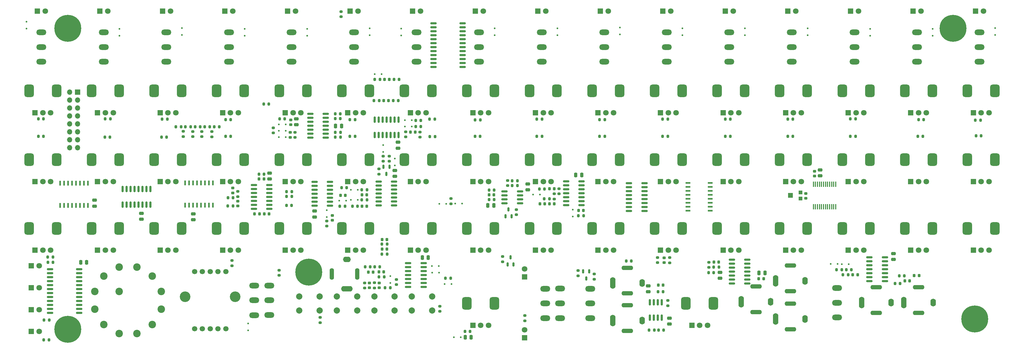
<source format=gbr>
%TF.GenerationSoftware,KiCad,Pcbnew,7.0.9*%
%TF.CreationDate,2023-12-27T10:42:18-06:00*%
%TF.ProjectId,SoundLab16StepSequencer,536f756e-644c-4616-9231-365374657053,rev?*%
%TF.SameCoordinates,Original*%
%TF.FileFunction,Soldermask,Top*%
%TF.FilePolarity,Negative*%
%FSLAX46Y46*%
G04 Gerber Fmt 4.6, Leading zero omitted, Abs format (unit mm)*
G04 Created by KiCad (PCBNEW 7.0.9) date 2023-12-27 10:42:18*
%MOMM*%
%LPD*%
G01*
G04 APERTURE LIST*
G04 Aperture macros list*
%AMRoundRect*
0 Rectangle with rounded corners*
0 $1 Rounding radius*
0 $2 $3 $4 $5 $6 $7 $8 $9 X,Y pos of 4 corners*
0 Add a 4 corners polygon primitive as box body*
4,1,4,$2,$3,$4,$5,$6,$7,$8,$9,$2,$3,0*
0 Add four circle primitives for the rounded corners*
1,1,$1+$1,$2,$3*
1,1,$1+$1,$4,$5*
1,1,$1+$1,$6,$7*
1,1,$1+$1,$8,$9*
0 Add four rect primitives between the rounded corners*
20,1,$1+$1,$2,$3,$4,$5,0*
20,1,$1+$1,$4,$5,$6,$7,0*
20,1,$1+$1,$6,$7,$8,$9,0*
20,1,$1+$1,$8,$9,$2,$3,0*%
G04 Aperture macros list end*
%ADD10C,8.600000*%
%ADD11O,1.750000X3.700000*%
%ADD12O,1.750000X2.500000*%
%ADD13O,3.700000X1.400000*%
%ADD14O,3.700000X1.750000*%
%ADD15O,2.500000X1.750000*%
%ADD16O,1.400000X3.700000*%
%ADD17R,1.800000X1.800000*%
%ADD18C,1.800000*%
%ADD19RoundRect,0.750000X0.750000X-1.250000X0.750000X1.250000X-0.750000X1.250000X-0.750000X-1.250000X0*%
%ADD20C,2.000000*%
%ADD21RoundRect,0.200000X-0.200000X-0.275000X0.200000X-0.275000X0.200000X0.275000X-0.200000X0.275000X0*%
%ADD22O,3.200000X1.800000*%
%ADD23RoundRect,0.200000X0.200000X0.275000X-0.200000X0.275000X-0.200000X-0.275000X0.200000X-0.275000X0*%
%ADD24RoundRect,0.200000X0.275000X-0.200000X0.275000X0.200000X-0.275000X0.200000X-0.275000X-0.200000X0*%
%ADD25RoundRect,0.225000X0.250000X-0.225000X0.250000X0.225000X-0.250000X0.225000X-0.250000X-0.225000X0*%
%ADD26RoundRect,0.125000X-0.125000X-0.125000X0.125000X-0.125000X0.125000X0.125000X-0.125000X0.125000X0*%
%ADD27RoundRect,0.125000X0.125000X-0.125000X0.125000X0.125000X-0.125000X0.125000X-0.125000X-0.125000X0*%
%ADD28RoundRect,0.150000X-0.150000X0.512500X-0.150000X-0.512500X0.150000X-0.512500X0.150000X0.512500X0*%
%ADD29RoundRect,0.225000X-0.250000X0.225000X-0.250000X-0.225000X0.250000X-0.225000X0.250000X0.225000X0*%
%ADD30RoundRect,0.200000X-0.275000X0.200000X-0.275000X-0.200000X0.275000X-0.200000X0.275000X0.200000X0*%
%ADD31RoundRect,0.150000X0.150000X-0.512500X0.150000X0.512500X-0.150000X0.512500X-0.150000X-0.512500X0*%
%ADD32RoundRect,0.250000X0.475000X-0.250000X0.475000X0.250000X-0.475000X0.250000X-0.475000X-0.250000X0*%
%ADD33RoundRect,0.250000X-0.250000X-0.475000X0.250000X-0.475000X0.250000X0.475000X-0.250000X0.475000X0*%
%ADD34RoundRect,0.250000X0.250000X0.475000X-0.250000X0.475000X-0.250000X-0.475000X0.250000X-0.475000X0*%
%ADD35R,0.600000X1.500000*%
%ADD36C,1.700000*%
%ADD37C,3.400000*%
%ADD38RoundRect,0.125000X0.125000X0.125000X-0.125000X0.125000X-0.125000X-0.125000X0.125000X-0.125000X0*%
%ADD39RoundRect,0.225000X0.225000X0.250000X-0.225000X0.250000X-0.225000X-0.250000X0.225000X-0.250000X0*%
%ADD40RoundRect,0.150000X-0.825000X-0.150000X0.825000X-0.150000X0.825000X0.150000X-0.825000X0.150000X0*%
%ADD41RoundRect,0.250000X-0.475000X0.250000X-0.475000X-0.250000X0.475000X-0.250000X0.475000X0.250000X0*%
%ADD42RoundRect,0.225000X-0.225000X-0.250000X0.225000X-0.250000X0.225000X0.250000X-0.225000X0.250000X0*%
%ADD43RoundRect,0.125000X-0.125000X0.125000X-0.125000X-0.125000X0.125000X-0.125000X0.125000X0.125000X0*%
%ADD44RoundRect,0.150000X-0.875000X-0.150000X0.875000X-0.150000X0.875000X0.150000X-0.875000X0.150000X0*%
%ADD45RoundRect,0.150000X0.850000X0.150000X-0.850000X0.150000X-0.850000X-0.150000X0.850000X-0.150000X0*%
%ADD46RoundRect,0.150000X0.875000X0.150000X-0.875000X0.150000X-0.875000X-0.150000X0.875000X-0.150000X0*%
%ADD47C,2.400000*%
%ADD48RoundRect,0.150000X-0.150000X0.825000X-0.150000X-0.825000X0.150000X-0.825000X0.150000X0.825000X0*%
%ADD49RoundRect,0.150000X0.825000X0.150000X-0.825000X0.150000X-0.825000X-0.150000X0.825000X-0.150000X0*%
%ADD50R,0.450000X1.750000*%
%ADD51R,1.500000X0.600000*%
%ADD52RoundRect,0.150000X0.150000X-0.850000X0.150000X0.850000X-0.150000X0.850000X-0.150000X-0.850000X0*%
%ADD53R,1.200000X1.200000*%
%ADD54R,1.500000X1.600000*%
%ADD55R,1.700000X1.700000*%
%ADD56O,1.700000X1.700000*%
G04 APERTURE END LIST*
D10*
%TO.C,*%
X80000000Y-187250000D03*
%TD*%
D11*
%TO.C,J8*%
X295300000Y-178500000D03*
D12*
X304700000Y-178500000D03*
D13*
X300000000Y-173600000D03*
X300000000Y-181800000D03*
%TD*%
D11*
%TO.C,J7*%
X306300000Y-184000000D03*
D12*
X315700000Y-184000000D03*
D13*
X311000000Y-179100000D03*
X311000000Y-187300000D03*
%TD*%
D11*
%TO.C,J6*%
X306300000Y-171750000D03*
D12*
X315700000Y-171750000D03*
D13*
X311000000Y-166850000D03*
X311000000Y-175050000D03*
%TD*%
D11*
%TO.C,J5*%
X254200000Y-172500000D03*
D12*
X263600000Y-172500000D03*
D13*
X258900000Y-167600000D03*
X258900000Y-175800000D03*
%TD*%
D11*
%TO.C,J4*%
X333800000Y-178750000D03*
D12*
X343200000Y-178750000D03*
D13*
X338500000Y-173850000D03*
X338500000Y-182050000D03*
%TD*%
D11*
%TO.C,J3*%
X347300000Y-178750000D03*
D12*
X356700000Y-178750000D03*
D13*
X352000000Y-173850000D03*
X352000000Y-182050000D03*
%TD*%
D11*
%TO.C,J2*%
X254200000Y-184500000D03*
D12*
X263600000Y-184500000D03*
D13*
X258900000Y-179600000D03*
X258900000Y-187800000D03*
%TD*%
D14*
%TO.C,J1*%
X169250000Y-174325000D03*
D15*
X169250000Y-164925000D03*
D16*
X164350000Y-169625000D03*
X172550000Y-169625000D03*
%TD*%
D10*
%TO.C,H4*%
X157000000Y-169000000D03*
%TD*%
%TO.C,H3*%
X370000000Y-184000000D03*
%TD*%
%TO.C,H2*%
X363000000Y-91000000D03*
%TD*%
%TO.C,H1*%
X80000000Y-91000000D03*
%TD*%
D17*
%TO.C,RV43*%
X309500000Y-162000000D03*
D18*
X312000000Y-162000000D03*
X314500000Y-162000000D03*
D19*
X307600000Y-155000000D03*
X316400000Y-155000000D03*
%TD*%
D20*
%TO.C,SW20*%
X190000000Y-176750000D03*
X196500000Y-176750000D03*
X190000000Y-181250000D03*
X196500000Y-181250000D03*
%TD*%
D21*
%TO.C,R68*%
X170175000Y-125600000D03*
X171825000Y-125600000D03*
%TD*%
D22*
%TO.C,SW8*%
X151500000Y-92300000D03*
X151500000Y-97000000D03*
X151500000Y-101700000D03*
%TD*%
D23*
%TO.C,R61*%
X132050000Y-120200000D03*
X130400000Y-120200000D03*
%TD*%
D17*
%TO.C,RV22*%
X289500000Y-118000000D03*
D18*
X292000000Y-118000000D03*
X294500000Y-118000000D03*
D19*
X287600000Y-111000000D03*
X296400000Y-111000000D03*
%TD*%
D17*
%TO.C,RV33*%
X209500000Y-140000000D03*
D18*
X212000000Y-140000000D03*
X214500000Y-140000000D03*
D19*
X207600000Y-133000000D03*
X216400000Y-133000000D03*
%TD*%
D22*
%TO.C,SW2*%
X139600000Y-182770000D03*
X139600000Y-178000000D03*
X139600000Y-173300000D03*
X144400000Y-182700000D03*
X144400000Y-178000000D03*
X144400000Y-173300000D03*
%TD*%
D21*
%TO.C,R117*%
X230750000Y-142425000D03*
X232400000Y-142425000D03*
%TD*%
D20*
%TO.C,SW22*%
X166000000Y-176750000D03*
X172500000Y-176750000D03*
X166000000Y-181250000D03*
X172500000Y-181250000D03*
%TD*%
D24*
%TO.C,R118*%
X237050000Y-143950000D03*
X237050000Y-142300000D03*
%TD*%
D21*
%TO.C,R5*%
X344475000Y-172675000D03*
X346125000Y-172675000D03*
%TD*%
D25*
%TO.C,C27*%
X315975000Y-145375000D03*
X315975000Y-143825000D03*
%TD*%
D21*
%TO.C,R30*%
X73575000Y-164175000D03*
X75225000Y-164175000D03*
%TD*%
D17*
%TO.C,D45*%
X68275000Y-174000000D03*
D18*
X70815000Y-174000000D03*
%TD*%
D26*
%TO.C,D50*%
X187725000Y-120400000D03*
X189925000Y-120400000D03*
%TD*%
D27*
%TO.C,D25*%
X216500000Y-93250000D03*
X216500000Y-91050000D03*
%TD*%
D28*
%TO.C,Q2*%
X246675000Y-168762500D03*
X244775000Y-168762500D03*
X245725000Y-171037500D03*
%TD*%
D23*
%TO.C,R67*%
X291850000Y-120090000D03*
X290200000Y-120090000D03*
%TD*%
D17*
%TO.C,RV5*%
X369500000Y-118000000D03*
D18*
X372000000Y-118000000D03*
X374500000Y-118000000D03*
D19*
X367600000Y-111000000D03*
X376400000Y-111000000D03*
%TD*%
D29*
%TO.C,C40*%
X318700000Y-136700000D03*
X318700000Y-138250000D03*
%TD*%
D27*
%TO.C,D22*%
X156500000Y-93350000D03*
X156500000Y-91150000D03*
%TD*%
D22*
%TO.C,SW11*%
X211500000Y-92300000D03*
X211500000Y-97000000D03*
X211500000Y-101700000D03*
%TD*%
D30*
%TO.C,R15*%
X126035000Y-124060000D03*
X126035000Y-125710000D03*
%TD*%
D31*
%TO.C,Q1*%
X219950000Y-151162500D03*
X221850000Y-151162500D03*
X220900000Y-148887500D03*
%TD*%
D22*
%TO.C,SW9*%
X171500000Y-92300000D03*
X171500000Y-97000000D03*
X171500000Y-101700000D03*
%TD*%
D21*
%TO.C,R62*%
X310175000Y-120090000D03*
X311825000Y-120090000D03*
%TD*%
D30*
%TO.C,R29*%
X145675000Y-122850000D03*
X145675000Y-124500000D03*
%TD*%
D17*
%TO.C,RV45*%
X289500000Y-162000000D03*
D18*
X292000000Y-162000000D03*
X294500000Y-162000000D03*
D19*
X287600000Y-155000000D03*
X296400000Y-155000000D03*
%TD*%
D17*
%TO.C,RV11*%
X349500000Y-140000000D03*
D18*
X352000000Y-140000000D03*
X354500000Y-140000000D03*
D19*
X347600000Y-133000000D03*
X356400000Y-133000000D03*
%TD*%
D23*
%TO.C,R120*%
X172625000Y-147950000D03*
X170975000Y-147950000D03*
%TD*%
%TO.C,R11*%
X151575000Y-144750000D03*
X149925000Y-144750000D03*
%TD*%
D32*
%TO.C,C4*%
X144500000Y-139200000D03*
X144500000Y-137300000D03*
%TD*%
D33*
%TO.C,C21*%
X214300000Y-147625000D03*
X216200000Y-147625000D03*
%TD*%
D21*
%TO.C,R79*%
X229950000Y-125600000D03*
X231600000Y-125600000D03*
%TD*%
D34*
%TO.C,C29*%
X302875000Y-169275000D03*
X300975000Y-169275000D03*
%TD*%
D21*
%TO.C,R32*%
X72400000Y-184325000D03*
X74050000Y-184325000D03*
%TD*%
D20*
%TO.C,SW21*%
X178000000Y-176750000D03*
X184500000Y-176750000D03*
X178000000Y-181250000D03*
X184500000Y-181250000D03*
%TD*%
D23*
%TO.C,R77*%
X211850000Y-120290000D03*
X210200000Y-120290000D03*
%TD*%
D26*
%TO.C,D54*%
X178075000Y-105625000D03*
X180275000Y-105625000D03*
%TD*%
D17*
%TO.C,RV38*%
X89500000Y-162000000D03*
D18*
X92000000Y-162000000D03*
X94500000Y-162000000D03*
D19*
X87600000Y-155000000D03*
X96400000Y-155000000D03*
%TD*%
D22*
%TO.C,SW19*%
X371500000Y-92300000D03*
X371500000Y-97000000D03*
X371500000Y-101700000D03*
%TD*%
%TO.C,SW26*%
X325900000Y-174100000D03*
X325900000Y-178800000D03*
X325900000Y-183500000D03*
%TD*%
D35*
%TO.C,U9*%
X86400000Y-140525000D03*
X85130000Y-140525000D03*
X83860000Y-140525000D03*
X82590000Y-140525000D03*
X81320000Y-140525000D03*
X80050000Y-140525000D03*
X78780000Y-140525000D03*
X77510000Y-140525000D03*
X77510000Y-147625000D03*
X78780000Y-147625000D03*
X80050000Y-147625000D03*
X81320000Y-147625000D03*
X82590000Y-147625000D03*
X83860000Y-147625000D03*
X85130000Y-147625000D03*
X86400000Y-147625000D03*
%TD*%
D25*
%TO.C,C32*%
X270625000Y-165935000D03*
X270625000Y-164385000D03*
%TD*%
D36*
%TO.C,SW1*%
X130500000Y-187150000D03*
X128000000Y-187150000D03*
D37*
X117500000Y-176900000D03*
D36*
X125500000Y-187150000D03*
D37*
X133500000Y-176900000D03*
D36*
X123000000Y-187150000D03*
X120500000Y-187150000D03*
X120500000Y-168850000D03*
X123000000Y-168850000D03*
X125500000Y-168850000D03*
X128000000Y-168850000D03*
X130500000Y-168850000D03*
%TD*%
D21*
%TO.C,R34*%
X72300000Y-190675000D03*
X73950000Y-190675000D03*
%TD*%
D17*
%TO.C,RV26*%
X269500000Y-118000000D03*
D18*
X272000000Y-118000000D03*
X274500000Y-118000000D03*
D19*
X267600000Y-111000000D03*
X276400000Y-111000000D03*
%TD*%
D28*
%TO.C,Q3*%
X182825000Y-135312500D03*
X180925000Y-135312500D03*
X181875000Y-137587500D03*
%TD*%
D23*
%TO.C,R13*%
X151525000Y-147700000D03*
X149875000Y-147700000D03*
%TD*%
D22*
%TO.C,SW13*%
X251500000Y-92300000D03*
X251500000Y-97000000D03*
X251500000Y-101700000D03*
%TD*%
D21*
%TO.C,R4*%
X327800000Y-169825000D03*
X329450000Y-169825000D03*
%TD*%
D17*
%TO.C,D14*%
X190225000Y-85500000D03*
D18*
X192765000Y-85500000D03*
%TD*%
D23*
%TO.C,R72*%
X197325000Y-120075000D03*
X195675000Y-120075000D03*
%TD*%
%TO.C,R51*%
X371800000Y-120400000D03*
X370150000Y-120400000D03*
%TD*%
D17*
%TO.C,RV20*%
X149500000Y-118000000D03*
D18*
X152000000Y-118000000D03*
X154500000Y-118000000D03*
D19*
X147600000Y-111000000D03*
X156400000Y-111000000D03*
%TD*%
D27*
%TO.C,D32*%
X356500000Y-93350000D03*
X356500000Y-91150000D03*
%TD*%
D30*
%TO.C,R18*%
X122835000Y-124010000D03*
X122835000Y-125660000D03*
%TD*%
D26*
%TO.C,D51*%
X187745000Y-122400000D03*
X189945000Y-122400000D03*
%TD*%
D23*
%TO.C,R90*%
X182050000Y-163275000D03*
X180400000Y-163275000D03*
%TD*%
D27*
%TO.C,D28*%
X276500000Y-93250000D03*
X276500000Y-91050000D03*
%TD*%
D30*
%TO.C,R81*%
X202450000Y-145475000D03*
X202450000Y-147125000D03*
%TD*%
D21*
%TO.C,R127*%
X258500000Y-165425000D03*
X260150000Y-165425000D03*
%TD*%
D23*
%TO.C,R73*%
X197375000Y-125625000D03*
X195725000Y-125625000D03*
%TD*%
D38*
%TO.C,D49*%
X200975000Y-147150000D03*
X198775000Y-147150000D03*
%TD*%
D17*
%TO.C,RV12*%
X109500000Y-118000000D03*
D18*
X112000000Y-118000000D03*
X114500000Y-118000000D03*
D19*
X107600000Y-111000000D03*
X116400000Y-111000000D03*
%TD*%
D24*
%TO.C,R8*%
X162775000Y-154275000D03*
X162775000Y-152625000D03*
%TD*%
D23*
%TO.C,R24*%
X149350000Y-119975000D03*
X147700000Y-119975000D03*
%TD*%
D22*
%TO.C,SW16*%
X311500000Y-92300000D03*
X311500000Y-97000000D03*
X311500000Y-101700000D03*
%TD*%
%TO.C,SW15*%
X291500000Y-92300000D03*
X291500000Y-97000000D03*
X291500000Y-101700000D03*
%TD*%
D39*
%TO.C,C43*%
X177600000Y-168975000D03*
X176050000Y-168975000D03*
%TD*%
D17*
%TO.C,RV47*%
X269500000Y-162000000D03*
D18*
X272000000Y-162000000D03*
X274500000Y-162000000D03*
D19*
X267600000Y-155000000D03*
X276400000Y-155000000D03*
%TD*%
D26*
%TO.C,D35*%
X323925000Y-166400000D03*
X326125000Y-166400000D03*
%TD*%
D40*
%TO.C,U16*%
X239300000Y-139990000D03*
X239300000Y-141260000D03*
X239300000Y-142530000D03*
X239300000Y-143800000D03*
X239300000Y-145070000D03*
X239300000Y-146340000D03*
X239300000Y-147610000D03*
X244250000Y-147610000D03*
X244250000Y-146340000D03*
X244250000Y-145070000D03*
X244250000Y-143800000D03*
X244250000Y-142530000D03*
X244250000Y-141260000D03*
X244250000Y-139990000D03*
%TD*%
D23*
%TO.C,R108*%
X233950000Y-145570000D03*
X232300000Y-145570000D03*
%TD*%
D27*
%TO.C,D58*%
X241475000Y-151250000D03*
X241475000Y-149050000D03*
%TD*%
D21*
%TO.C,R116*%
X214650000Y-142725000D03*
X216300000Y-142725000D03*
%TD*%
D35*
%TO.C,U6*%
X126375000Y-140475000D03*
X125105000Y-140475000D03*
X123835000Y-140475000D03*
X122565000Y-140475000D03*
X121295000Y-140475000D03*
X120025000Y-140475000D03*
X118755000Y-140475000D03*
X117485000Y-140475000D03*
X117485000Y-147575000D03*
X118755000Y-147575000D03*
X120025000Y-147575000D03*
X121295000Y-147575000D03*
X122565000Y-147575000D03*
X123835000Y-147575000D03*
X125105000Y-147575000D03*
X126375000Y-147575000D03*
%TD*%
D32*
%TO.C,C1*%
X343950000Y-164950000D03*
X343950000Y-163050000D03*
%TD*%
D17*
%TO.C,RV42*%
X129500000Y-162000000D03*
D18*
X132000000Y-162000000D03*
X134500000Y-162000000D03*
D19*
X127600000Y-155000000D03*
X136400000Y-155000000D03*
%TD*%
D24*
%TO.C,R121*%
X248275000Y-171250000D03*
X248275000Y-169600000D03*
%TD*%
D25*
%TO.C,C22*%
X134310000Y-147850000D03*
X134310000Y-146300000D03*
%TD*%
D23*
%TO.C,R58*%
X331825000Y-125600000D03*
X330175000Y-125600000D03*
%TD*%
D41*
%TO.C,C34*%
X272325000Y-183725000D03*
X272325000Y-185625000D03*
%TD*%
D17*
%TO.C,RV8*%
X89500000Y-118000000D03*
D18*
X92000000Y-118000000D03*
X94500000Y-118000000D03*
D19*
X87600000Y-111000000D03*
X96400000Y-111000000D03*
%TD*%
D17*
%TO.C,RV25*%
X169500000Y-140000000D03*
D18*
X172000000Y-140000000D03*
X174500000Y-140000000D03*
D19*
X167600000Y-133000000D03*
X176400000Y-133000000D03*
%TD*%
D23*
%TO.C,R98*%
X202375000Y-170975000D03*
X200725000Y-170975000D03*
%TD*%
D42*
%TO.C,C66*%
X233950000Y-142355000D03*
X235500000Y-142355000D03*
%TD*%
D23*
%TO.C,R36*%
X167150000Y-124275000D03*
X165500000Y-124275000D03*
%TD*%
D21*
%TO.C,R33*%
X206950000Y-188000000D03*
X208600000Y-188000000D03*
%TD*%
%TO.C,R52*%
X91950000Y-120000000D03*
X93600000Y-120000000D03*
%TD*%
D17*
%TO.C,D61*%
X226000000Y-190000000D03*
D18*
X226000000Y-187460000D03*
%TD*%
D33*
%TO.C,C3*%
X84100000Y-165825000D03*
X86000000Y-165825000D03*
%TD*%
D40*
%TO.C,U15*%
X188800000Y-166150000D03*
X188800000Y-167420000D03*
X188800000Y-168690000D03*
X188800000Y-169960000D03*
X188800000Y-171230000D03*
X188800000Y-172500000D03*
X188800000Y-173770000D03*
X193750000Y-173770000D03*
X193750000Y-172500000D03*
X193750000Y-171230000D03*
X193750000Y-169960000D03*
X193750000Y-168690000D03*
X193750000Y-167420000D03*
X193750000Y-166150000D03*
%TD*%
D32*
%TO.C,C17*%
X88525000Y-147875000D03*
X88525000Y-145975000D03*
%TD*%
D27*
%TO.C,D33*%
X376500000Y-93100000D03*
X376500000Y-90900000D03*
%TD*%
D26*
%TO.C,D48*%
X203825000Y-147025000D03*
X206025000Y-147025000D03*
%TD*%
D24*
%TO.C,R82*%
X198900000Y-181550000D03*
X198900000Y-179900000D03*
%TD*%
D40*
%TO.C,U1*%
X336300000Y-164265000D03*
X336300000Y-165535000D03*
X336300000Y-166805000D03*
X336300000Y-168075000D03*
X336300000Y-169345000D03*
X336300000Y-170615000D03*
X336300000Y-171885000D03*
X341250000Y-171885000D03*
X341250000Y-170615000D03*
X341250000Y-169345000D03*
X341250000Y-168075000D03*
X341250000Y-166805000D03*
X341250000Y-165535000D03*
X341250000Y-164265000D03*
%TD*%
D17*
%TO.C,RV23*%
X289500000Y-140000000D03*
D18*
X292000000Y-140000000D03*
X294500000Y-140000000D03*
D19*
X287600000Y-133000000D03*
X296400000Y-133000000D03*
%TD*%
D39*
%TO.C,C14*%
X141250000Y-150400000D03*
X139700000Y-150400000D03*
%TD*%
D26*
%TO.C,D34*%
X327450000Y-166425000D03*
X329650000Y-166425000D03*
%TD*%
D42*
%TO.C,C68*%
X174050000Y-147950000D03*
X175600000Y-147950000D03*
%TD*%
D25*
%TO.C,C41*%
X179550000Y-173975000D03*
X179550000Y-172425000D03*
%TD*%
D40*
%TO.C,U11*%
X292325000Y-165015000D03*
X292325000Y-166285000D03*
X292325000Y-167555000D03*
X292325000Y-168825000D03*
X292325000Y-170095000D03*
X292325000Y-171365000D03*
X292325000Y-172635000D03*
X297275000Y-172635000D03*
X297275000Y-171365000D03*
X297275000Y-170095000D03*
X297275000Y-168825000D03*
X297275000Y-167555000D03*
X297275000Y-166285000D03*
X297275000Y-165015000D03*
%TD*%
D17*
%TO.C,RV37*%
X369500000Y-162000000D03*
D18*
X372000000Y-162000000D03*
X374500000Y-162000000D03*
D19*
X367600000Y-155000000D03*
X376400000Y-155000000D03*
%TD*%
D21*
%TO.C,R38*%
X165475000Y-118325000D03*
X167125000Y-118325000D03*
%TD*%
D17*
%TO.C,D2*%
X70225000Y-85500000D03*
D18*
X72765000Y-85500000D03*
%TD*%
D17*
%TO.C,D64*%
X226000000Y-170500000D03*
D18*
X226000000Y-167960000D03*
%TD*%
D21*
%TO.C,R65*%
X149925000Y-143225000D03*
X151575000Y-143225000D03*
%TD*%
D27*
%TO.C,D23*%
X176500000Y-93200000D03*
X176500000Y-91000000D03*
%TD*%
D21*
%TO.C,R9*%
X173975000Y-142700000D03*
X175625000Y-142700000D03*
%TD*%
D17*
%TO.C,RV18*%
X309500000Y-118000000D03*
D18*
X312000000Y-118000000D03*
X314500000Y-118000000D03*
D19*
X307600000Y-111000000D03*
X316400000Y-111000000D03*
%TD*%
D26*
%TO.C,D43*%
X147475000Y-123775000D03*
X149675000Y-123775000D03*
%TD*%
D21*
%TO.C,R97*%
X178150000Y-107375000D03*
X179800000Y-107375000D03*
%TD*%
D42*
%TO.C,C33*%
X300900000Y-171100000D03*
X302450000Y-171100000D03*
%TD*%
D43*
%TO.C,D53*%
X183100000Y-170225000D03*
X183100000Y-172425000D03*
%TD*%
D22*
%TO.C,SW5*%
X91500000Y-92300000D03*
X91500000Y-97000000D03*
X91500000Y-101700000D03*
%TD*%
D21*
%TO.C,R91*%
X179475000Y-170550000D03*
X181125000Y-170550000D03*
%TD*%
D44*
%TO.C,U2*%
X83600000Y-168040000D03*
X83600000Y-169310000D03*
X83600000Y-170580000D03*
X83600000Y-171850000D03*
X83600000Y-173120000D03*
X83600000Y-174390000D03*
X83600000Y-175660000D03*
X83600000Y-176930000D03*
X83600000Y-178200000D03*
X83600000Y-179470000D03*
X83600000Y-180740000D03*
X83600000Y-182010000D03*
X74300000Y-182010000D03*
X74300000Y-180740000D03*
X74300000Y-179470000D03*
X74300000Y-178200000D03*
X74300000Y-176930000D03*
X74300000Y-175660000D03*
X74300000Y-174390000D03*
X74300000Y-173120000D03*
X74300000Y-171850000D03*
X74300000Y-170580000D03*
X74300000Y-169310000D03*
X74300000Y-168040000D03*
%TD*%
D26*
%TO.C,D40*%
X147475000Y-125775000D03*
X149675000Y-125775000D03*
%TD*%
D42*
%TO.C,C44*%
X189525000Y-124165000D03*
X191075000Y-124165000D03*
%TD*%
D17*
%TO.C,RV9*%
X89500000Y-140000000D03*
D18*
X92000000Y-140000000D03*
X94500000Y-140000000D03*
D19*
X87600000Y-133000000D03*
X96400000Y-133000000D03*
%TD*%
D27*
%TO.C,D20*%
X116500000Y-93100000D03*
X116500000Y-90900000D03*
%TD*%
D23*
%TO.C,R53*%
X93450000Y-125800000D03*
X91800000Y-125800000D03*
%TD*%
%TO.C,R96*%
X185670000Y-114170000D03*
X184020000Y-114170000D03*
%TD*%
%TO.C,R83*%
X179725000Y-167300000D03*
X178075000Y-167300000D03*
%TD*%
D24*
%TO.C,R125*%
X180850000Y-133525000D03*
X180850000Y-131875000D03*
%TD*%
D39*
%TO.C,C9*%
X352150000Y-170125000D03*
X350600000Y-170125000D03*
%TD*%
D21*
%TO.C,R64*%
X142625000Y-115250000D03*
X144275000Y-115250000D03*
%TD*%
%TO.C,R114*%
X222075000Y-141300000D03*
X223725000Y-141300000D03*
%TD*%
D17*
%TO.C,D5*%
X350225000Y-85500000D03*
D18*
X352765000Y-85500000D03*
%TD*%
D17*
%TO.C,RV16*%
X129500000Y-118000000D03*
D18*
X132000000Y-118000000D03*
X134500000Y-118000000D03*
D19*
X127600000Y-111000000D03*
X136400000Y-111000000D03*
%TD*%
D21*
%TO.C,R87*%
X175025000Y-167300000D03*
X176675000Y-167300000D03*
%TD*%
D24*
%TO.C,R88*%
X187995000Y-125750000D03*
X187995000Y-124100000D03*
%TD*%
D17*
%TO.C,D47*%
X68275000Y-188000000D03*
D18*
X70815000Y-188000000D03*
%TD*%
D22*
%TO.C,SW12*%
X231500000Y-92300000D03*
X231500000Y-97000000D03*
X231500000Y-101700000D03*
%TD*%
D27*
%TO.C,D30*%
X316500000Y-93250000D03*
X316500000Y-91050000D03*
%TD*%
D21*
%TO.C,R40*%
X268675000Y-175300000D03*
X270325000Y-175300000D03*
%TD*%
D17*
%TO.C,RV4*%
X69500000Y-140000000D03*
D18*
X72000000Y-140000000D03*
X74500000Y-140000000D03*
D19*
X67600000Y-133000000D03*
X76400000Y-133000000D03*
%TD*%
D27*
%TO.C,D27*%
X256500000Y-93000000D03*
X256500000Y-90800000D03*
%TD*%
D17*
%TO.C,D15*%
X250225000Y-85500000D03*
D18*
X252765000Y-85500000D03*
%TD*%
D17*
%TO.C,RV21*%
X149500000Y-140000000D03*
D18*
X152000000Y-140000000D03*
X154500000Y-140000000D03*
D19*
X147600000Y-133000000D03*
X156400000Y-133000000D03*
%TD*%
D21*
%TO.C,R20*%
X131160000Y-147830000D03*
X132810000Y-147830000D03*
%TD*%
D38*
%TO.C,D60*%
X230900000Y-144225000D03*
X228700000Y-144225000D03*
%TD*%
D23*
%TO.C,R28*%
X142750000Y-137630000D03*
X141100000Y-137630000D03*
%TD*%
D42*
%TO.C,C11*%
X174050000Y-144300000D03*
X175600000Y-144300000D03*
%TD*%
D23*
%TO.C,R59*%
X331825000Y-120000000D03*
X330175000Y-120000000D03*
%TD*%
D24*
%TO.C,R104*%
X147550000Y-170050000D03*
X147550000Y-168400000D03*
%TD*%
D29*
%TO.C,C10*%
X164575000Y-150850000D03*
X164575000Y-152400000D03*
%TD*%
D39*
%TO.C,C46*%
X182000000Y-161625000D03*
X180450000Y-161625000D03*
%TD*%
D23*
%TO.C,R50*%
X372025000Y-125400000D03*
X370375000Y-125400000D03*
%TD*%
D29*
%TO.C,C25*%
X151275000Y-120325000D03*
X151275000Y-121875000D03*
%TD*%
D17*
%TO.C,RV17*%
X129500000Y-140000000D03*
D18*
X132000000Y-140000000D03*
X134500000Y-140000000D03*
D19*
X127600000Y-133000000D03*
X136400000Y-133000000D03*
%TD*%
D21*
%TO.C,R16*%
X166950000Y-147875000D03*
X168600000Y-147875000D03*
%TD*%
D22*
%TO.C,SW10*%
X191500000Y-92300000D03*
X191500000Y-97000000D03*
X191500000Y-101700000D03*
%TD*%
D41*
%TO.C,C15*%
X103525000Y-150175000D03*
X103525000Y-152075000D03*
%TD*%
D40*
%TO.C,U7*%
X157500000Y-118365000D03*
X157500000Y-119635000D03*
X157500000Y-120905000D03*
X157500000Y-122175000D03*
X157500000Y-123445000D03*
X157500000Y-124715000D03*
X157500000Y-125985000D03*
X162450000Y-125985000D03*
X162450000Y-124715000D03*
X162450000Y-123445000D03*
X162450000Y-122175000D03*
X162450000Y-120905000D03*
X162450000Y-119635000D03*
X162450000Y-118365000D03*
%TD*%
D27*
%TO.C,D24*%
X186600000Y-93300000D03*
X186600000Y-91100000D03*
%TD*%
D22*
%TO.C,SW25*%
X247000000Y-183700000D03*
X247000000Y-179000000D03*
X247000000Y-174300000D03*
%TD*%
D17*
%TO.C,RV28*%
X189500000Y-118000000D03*
D18*
X192000000Y-118000000D03*
X194500000Y-118000000D03*
D19*
X187600000Y-111000000D03*
X196400000Y-111000000D03*
%TD*%
D17*
%TO.C,D7*%
X330225000Y-85500000D03*
D18*
X332765000Y-85500000D03*
%TD*%
D21*
%TO.C,R22*%
X117575000Y-122495000D03*
X119225000Y-122495000D03*
%TD*%
D39*
%TO.C,C8*%
X347575000Y-171825000D03*
X349125000Y-171825000D03*
%TD*%
D42*
%TO.C,C30*%
X268775000Y-173175000D03*
X270325000Y-173175000D03*
%TD*%
D41*
%TO.C,C54*%
X185575000Y-127450000D03*
X185575000Y-129350000D03*
%TD*%
D40*
%TO.C,U18*%
X219625000Y-143145000D03*
X219625000Y-144415000D03*
X219625000Y-145685000D03*
X219625000Y-146955000D03*
X224575000Y-146955000D03*
X224575000Y-145685000D03*
X224575000Y-144415000D03*
X224575000Y-143145000D03*
%TD*%
D26*
%TO.C,D55*%
X196425000Y-167075000D03*
X198625000Y-167075000D03*
%TD*%
D17*
%TO.C,RV50*%
X209500000Y-162000000D03*
D18*
X212000000Y-162000000D03*
X214500000Y-162000000D03*
D19*
X207600000Y-155000000D03*
X216400000Y-155000000D03*
%TD*%
D21*
%TO.C,R70*%
X270150000Y-120090000D03*
X271800000Y-120090000D03*
%TD*%
D45*
%TO.C,U19*%
X264350000Y-149420000D03*
X264350000Y-148150000D03*
X264350000Y-146880000D03*
X264350000Y-145610000D03*
X264350000Y-144340000D03*
X264350000Y-143070000D03*
X264350000Y-141800000D03*
X264350000Y-140530000D03*
X259350000Y-140530000D03*
X259350000Y-141800000D03*
X259350000Y-143070000D03*
X259350000Y-144340000D03*
X259350000Y-145610000D03*
X259350000Y-146880000D03*
X259350000Y-148150000D03*
X259350000Y-149420000D03*
%TD*%
D42*
%TO.C,C12*%
X142775000Y-150400000D03*
X144325000Y-150400000D03*
%TD*%
D38*
%TO.C,D52*%
X202650000Y-172825000D03*
X200450000Y-172825000D03*
%TD*%
D21*
%TO.C,R78*%
X229950000Y-120090000D03*
X231600000Y-120090000D03*
%TD*%
D30*
%TO.C,R123*%
X226100000Y-182900000D03*
X226100000Y-184550000D03*
%TD*%
D17*
%TO.C,RV34*%
X229500000Y-118000000D03*
D18*
X232000000Y-118000000D03*
X234500000Y-118000000D03*
D19*
X227600000Y-111000000D03*
X236400000Y-111000000D03*
%TD*%
D17*
%TO.C,RV51*%
X229500000Y-162000000D03*
D18*
X232000000Y-162000000D03*
X234500000Y-162000000D03*
D19*
X227600000Y-155000000D03*
X236400000Y-155000000D03*
%TD*%
D17*
%TO.C,RV32*%
X209500000Y-118000000D03*
D18*
X212000000Y-118000000D03*
X214500000Y-118000000D03*
D19*
X207600000Y-111000000D03*
X216400000Y-111000000D03*
%TD*%
D23*
%TO.C,R2*%
X327450000Y-168225000D03*
X325800000Y-168225000D03*
%TD*%
D21*
%TO.C,R71*%
X270150000Y-125600000D03*
X271800000Y-125600000D03*
%TD*%
D17*
%TO.C,D10*%
X150250000Y-85500000D03*
D18*
X152790000Y-85500000D03*
%TD*%
D22*
%TO.C,SW24*%
X237400000Y-174230000D03*
X237400000Y-179000000D03*
X237400000Y-183700000D03*
X232600000Y-174300000D03*
X232600000Y-179000000D03*
X232600000Y-183700000D03*
%TD*%
D23*
%TO.C,R111*%
X216300000Y-145825000D03*
X214650000Y-145825000D03*
%TD*%
D21*
%TO.C,R6*%
X345800000Y-170150000D03*
X347450000Y-170150000D03*
%TD*%
D17*
%TO.C,RV29*%
X189500000Y-140000000D03*
D18*
X192000000Y-140000000D03*
X194500000Y-140000000D03*
D19*
X187600000Y-133000000D03*
X196400000Y-133000000D03*
%TD*%
D27*
%TO.C,D21*%
X136500000Y-93350000D03*
X136500000Y-91150000D03*
%TD*%
D17*
%TO.C,RV49*%
X249500000Y-162000000D03*
D18*
X252000000Y-162000000D03*
X254500000Y-162000000D03*
D19*
X247600000Y-155000000D03*
X256400000Y-155000000D03*
%TD*%
D24*
%TO.C,R10*%
X134325000Y-144825000D03*
X134325000Y-143175000D03*
%TD*%
D22*
%TO.C,SW17*%
X331500000Y-92300000D03*
X331500000Y-97000000D03*
X331500000Y-101700000D03*
%TD*%
D24*
%TO.C,R84*%
X192585000Y-125825000D03*
X192585000Y-124175000D03*
%TD*%
D27*
%TO.C,D19*%
X96500000Y-93350000D03*
X96500000Y-91150000D03*
%TD*%
D46*
%TO.C,U12*%
X206200000Y-103400000D03*
X206200000Y-102130000D03*
X206200000Y-100860000D03*
X206200000Y-99590000D03*
X206200000Y-98320000D03*
X206200000Y-97050000D03*
X206200000Y-95780000D03*
X206200000Y-94510000D03*
X206200000Y-93240000D03*
X206200000Y-91970000D03*
X206200000Y-90700000D03*
X206200000Y-89430000D03*
X196900000Y-89430000D03*
X196900000Y-90700000D03*
X196900000Y-91970000D03*
X196900000Y-93240000D03*
X196900000Y-94510000D03*
X196900000Y-95780000D03*
X196900000Y-97050000D03*
X196900000Y-98320000D03*
X196900000Y-99590000D03*
X196900000Y-100860000D03*
X196900000Y-102130000D03*
X196900000Y-103400000D03*
%TD*%
D23*
%TO.C,R12*%
X169150000Y-141950000D03*
X167500000Y-141950000D03*
%TD*%
D17*
%TO.C,RV48*%
X189500000Y-162000000D03*
D18*
X192000000Y-162000000D03*
X194500000Y-162000000D03*
D19*
X187600000Y-155000000D03*
X196400000Y-155000000D03*
%TD*%
D21*
%TO.C,R113*%
X222075000Y-139750000D03*
X223725000Y-139750000D03*
%TD*%
%TO.C,R26*%
X131175000Y-145200000D03*
X132825000Y-145200000D03*
%TD*%
D23*
%TO.C,R74*%
X251650000Y-125600000D03*
X250000000Y-125600000D03*
%TD*%
%TO.C,R45*%
X267500000Y-187550000D03*
X265850000Y-187550000D03*
%TD*%
D41*
%TO.C,C28*%
X288500000Y-169050000D03*
X288500000Y-170950000D03*
%TD*%
D17*
%TO.C,D11*%
X290225000Y-85500000D03*
D18*
X292765000Y-85500000D03*
%TD*%
D21*
%TO.C,R37*%
X165475000Y-119875000D03*
X167125000Y-119875000D03*
%TD*%
D47*
%TO.C,SW3*%
X88635000Y-175153000D03*
X91472000Y-170222000D03*
X96403000Y-167385000D03*
X102097000Y-167385000D03*
X107028000Y-170222000D03*
X109865000Y-175153000D03*
X109865000Y-180847000D03*
X107028000Y-185778000D03*
X102097000Y-188615000D03*
X96403000Y-188615000D03*
X91472000Y-185778000D03*
X88635000Y-180847000D03*
X96422000Y-175172000D03*
%TD*%
D32*
%TO.C,C20*%
X227025000Y-142700000D03*
X227025000Y-140800000D03*
%TD*%
D24*
%TO.C,R27*%
X152625000Y-125925000D03*
X152625000Y-124275000D03*
%TD*%
D17*
%TO.C,RV40*%
X109500000Y-162000000D03*
D18*
X112000000Y-162000000D03*
X114500000Y-162000000D03*
D19*
X107600000Y-155000000D03*
X116400000Y-155000000D03*
%TD*%
D39*
%TO.C,C7*%
X332500000Y-169825000D03*
X330950000Y-169825000D03*
%TD*%
D23*
%TO.C,R69*%
X171825000Y-120200000D03*
X170175000Y-120200000D03*
%TD*%
D17*
%TO.C,D17*%
X230225000Y-85500000D03*
D18*
X232765000Y-85500000D03*
%TD*%
D26*
%TO.C,D56*%
X196450000Y-169125000D03*
X198650000Y-169125000D03*
%TD*%
D17*
%TO.C,D3*%
X370225000Y-85500000D03*
D18*
X372765000Y-85500000D03*
%TD*%
D21*
%TO.C,R76*%
X210175000Y-125600000D03*
X211825000Y-125600000D03*
%TD*%
D31*
%TO.C,Q4*%
X220600000Y-166537500D03*
X222500000Y-166537500D03*
X221550000Y-164262500D03*
%TD*%
D21*
%TO.C,R3*%
X328900000Y-168225000D03*
X330550000Y-168225000D03*
%TD*%
D23*
%TO.C,R93*%
X192870000Y-122400000D03*
X191220000Y-122400000D03*
%TD*%
D20*
%TO.C,SW23*%
X154000000Y-176750000D03*
X160500000Y-176750000D03*
X154000000Y-181250000D03*
X160500000Y-181250000D03*
%TD*%
D17*
%TO.C,D44*%
X68325000Y-167000000D03*
D18*
X70865000Y-167000000D03*
%TD*%
D17*
%TO.C,RV14*%
X329500000Y-118000000D03*
D18*
X332000000Y-118000000D03*
X334500000Y-118000000D03*
D19*
X327600000Y-111000000D03*
X336400000Y-111000000D03*
%TD*%
D21*
%TO.C,R31*%
X73600000Y-165825000D03*
X75250000Y-165825000D03*
%TD*%
D17*
%TO.C,RV31*%
X249500000Y-140000000D03*
D18*
X252000000Y-140000000D03*
X254500000Y-140000000D03*
D19*
X247600000Y-133000000D03*
X256400000Y-133000000D03*
%TD*%
D22*
%TO.C,SW6*%
X111500000Y-92300000D03*
X111500000Y-97000000D03*
X111500000Y-101700000D03*
%TD*%
D42*
%TO.C,C47*%
X179450000Y-168950000D03*
X181000000Y-168950000D03*
%TD*%
D21*
%TO.C,R99*%
X181450000Y-174025000D03*
X183100000Y-174025000D03*
%TD*%
D29*
%TO.C,C24*%
X151075000Y-124325000D03*
X151075000Y-125875000D03*
%TD*%
D17*
%TO.C,RV6*%
X369500000Y-140000000D03*
D18*
X372000000Y-140000000D03*
X374500000Y-140000000D03*
D19*
X367600000Y-133000000D03*
X376400000Y-133000000D03*
%TD*%
D33*
%TO.C,C51*%
X193350000Y-164350000D03*
X195250000Y-164350000D03*
%TD*%
D21*
%TO.C,R119*%
X243225000Y-150950000D03*
X244875000Y-150950000D03*
%TD*%
D17*
%TO.C,D16*%
X210250000Y-85500000D03*
D18*
X212790000Y-85500000D03*
%TD*%
D39*
%TO.C,C65*%
X216250000Y-144275000D03*
X214700000Y-144275000D03*
%TD*%
D24*
%TO.C,R1*%
X167350000Y-87300000D03*
X167350000Y-85650000D03*
%TD*%
D21*
%TO.C,R57*%
X109950000Y-125800000D03*
X111600000Y-125800000D03*
%TD*%
%TO.C,R19*%
X120675000Y-122500000D03*
X122325000Y-122500000D03*
%TD*%
D27*
%TO.C,D63*%
X180800000Y-130550000D03*
X180800000Y-128350000D03*
%TD*%
D17*
%TO.C,RV2*%
X209500000Y-186000000D03*
D18*
X212000000Y-186000000D03*
X214500000Y-186000000D03*
D19*
X207600000Y-179000000D03*
X216400000Y-179000000D03*
%TD*%
D22*
%TO.C,SW7*%
X131500000Y-92300000D03*
X131500000Y-97000000D03*
X131500000Y-101700000D03*
%TD*%
D30*
%TO.C,R122*%
X243150000Y-168500000D03*
X243150000Y-170150000D03*
%TD*%
D26*
%TO.C,D38*%
X170525000Y-142650000D03*
X172725000Y-142650000D03*
%TD*%
D17*
%TO.C,RV27*%
X269500000Y-140000000D03*
D18*
X272000000Y-140000000D03*
X274500000Y-140000000D03*
D19*
X267600000Y-133000000D03*
X276400000Y-133000000D03*
%TD*%
D17*
%TO.C,RV39*%
X349500000Y-162000000D03*
D18*
X352000000Y-162000000D03*
X354500000Y-162000000D03*
D19*
X347600000Y-155000000D03*
X356400000Y-155000000D03*
%TD*%
D30*
%TO.C,R107*%
X132450000Y-165300000D03*
X132450000Y-166950000D03*
%TD*%
D48*
%TO.C,U14*%
X185760000Y-120225000D03*
X184490000Y-120225000D03*
X183220000Y-120225000D03*
X181950000Y-120225000D03*
X180680000Y-120225000D03*
X179410000Y-120225000D03*
X178140000Y-120225000D03*
X178140000Y-125175000D03*
X179410000Y-125175000D03*
X180680000Y-125175000D03*
X181950000Y-125175000D03*
X183220000Y-125175000D03*
X184490000Y-125175000D03*
X185760000Y-125175000D03*
%TD*%
D21*
%TO.C,R14*%
X126800000Y-122500000D03*
X128450000Y-122500000D03*
%TD*%
D24*
%TO.C,R44*%
X268500000Y-165950000D03*
X268500000Y-164300000D03*
%TD*%
D17*
%TO.C,D4*%
X90225000Y-85500000D03*
D18*
X92765000Y-85500000D03*
%TD*%
D21*
%TO.C,R49*%
X70575000Y-125600000D03*
X72225000Y-125600000D03*
%TD*%
D23*
%TO.C,R47*%
X270500000Y-187550000D03*
X268850000Y-187550000D03*
%TD*%
D22*
%TO.C,SW4*%
X71500000Y-92300000D03*
X71500000Y-97000000D03*
X71500000Y-101700000D03*
%TD*%
D24*
%TO.C,R115*%
X220600000Y-141350000D03*
X220600000Y-139700000D03*
%TD*%
D38*
%TO.C,D36*%
X172725000Y-145900000D03*
X170525000Y-145900000D03*
%TD*%
D17*
%TO.C,RV13*%
X109500000Y-140000000D03*
D18*
X112000000Y-140000000D03*
X114500000Y-140000000D03*
D19*
X107600000Y-133000000D03*
X116400000Y-133000000D03*
%TD*%
D30*
%TO.C,R46*%
X272450000Y-164350000D03*
X272450000Y-166000000D03*
%TD*%
D17*
%TO.C,RV24*%
X169500000Y-118000000D03*
D18*
X172000000Y-118000000D03*
X174500000Y-118000000D03*
D19*
X167600000Y-111000000D03*
X176400000Y-111000000D03*
%TD*%
D17*
%TO.C,RV7*%
X279500000Y-186000000D03*
D18*
X282000000Y-186000000D03*
X284500000Y-186000000D03*
D19*
X277600000Y-179000000D03*
X286400000Y-179000000D03*
%TD*%
D49*
%TO.C,U5*%
X163825000Y-147760000D03*
X163825000Y-146490000D03*
X163825000Y-145220000D03*
X163825000Y-143950000D03*
X163825000Y-142680000D03*
X163825000Y-141410000D03*
X163825000Y-140140000D03*
X158875000Y-140140000D03*
X158875000Y-141410000D03*
X158875000Y-142680000D03*
X158875000Y-143950000D03*
X158875000Y-145220000D03*
X158875000Y-146490000D03*
X158875000Y-147760000D03*
%TD*%
D21*
%TO.C,R35*%
X165500000Y-125825000D03*
X167150000Y-125825000D03*
%TD*%
D39*
%TO.C,C57*%
X232500000Y-147120000D03*
X230950000Y-147120000D03*
%TD*%
D21*
%TO.C,R95*%
X184270000Y-107355000D03*
X185920000Y-107355000D03*
%TD*%
D38*
%TO.C,D42*%
X205600000Y-189800000D03*
X203400000Y-189800000D03*
%TD*%
D21*
%TO.C,R48*%
X70550000Y-120000000D03*
X72200000Y-120000000D03*
%TD*%
D30*
%TO.C,R21*%
X119935000Y-124010000D03*
X119935000Y-125660000D03*
%TD*%
D39*
%TO.C,C58*%
X235550000Y-147120000D03*
X234000000Y-147120000D03*
%TD*%
D21*
%TO.C,R56*%
X110150000Y-120090000D03*
X111800000Y-120090000D03*
%TD*%
D17*
%TO.C,RV35*%
X229500000Y-140000000D03*
D18*
X232000000Y-140000000D03*
X234500000Y-140000000D03*
D19*
X227600000Y-133000000D03*
X236400000Y-133000000D03*
%TD*%
D30*
%TO.C,R110*%
X235480000Y-143970000D03*
X235480000Y-145620000D03*
%TD*%
D17*
%TO.C,D6*%
X110250000Y-85500000D03*
D18*
X112790000Y-85500000D03*
%TD*%
D21*
%TO.C,R7*%
X174000000Y-145900000D03*
X175650000Y-145900000D03*
%TD*%
D22*
%TO.C,SW18*%
X351500000Y-92300000D03*
X351500000Y-97000000D03*
X351500000Y-101700000D03*
%TD*%
D23*
%TO.C,R92*%
X192845000Y-120450000D03*
X191195000Y-120450000D03*
%TD*%
%TO.C,R41*%
X286510000Y-169125000D03*
X284860000Y-169125000D03*
%TD*%
D39*
%TO.C,C42*%
X182020000Y-158565000D03*
X180470000Y-158565000D03*
%TD*%
D24*
%TO.C,R23*%
X116885000Y-125610000D03*
X116885000Y-123960000D03*
%TD*%
D17*
%TO.C,RV44*%
X149500000Y-162000000D03*
D18*
X152000000Y-162000000D03*
X154500000Y-162000000D03*
D19*
X147600000Y-155000000D03*
X156400000Y-155000000D03*
%TD*%
D21*
%TO.C,R63*%
X310150000Y-125600000D03*
X311800000Y-125600000D03*
%TD*%
D17*
%TO.C,RV41*%
X329500000Y-162000000D03*
D18*
X332000000Y-162000000D03*
X334500000Y-162000000D03*
D19*
X327600000Y-155000000D03*
X336400000Y-155000000D03*
%TD*%
D24*
%TO.C,R105*%
X160650000Y-185150000D03*
X160650000Y-183500000D03*
%TD*%
D21*
%TO.C,R86*%
X180400000Y-160025000D03*
X182050000Y-160025000D03*
%TD*%
D40*
%TO.C,U3*%
X139500000Y-141115000D03*
X139500000Y-142385000D03*
X139500000Y-143655000D03*
X139500000Y-144925000D03*
X139500000Y-146195000D03*
X139500000Y-147465000D03*
X139500000Y-148735000D03*
X144450000Y-148735000D03*
X144450000Y-147465000D03*
X144450000Y-146195000D03*
X144450000Y-144925000D03*
X144450000Y-143655000D03*
X144450000Y-142385000D03*
X144450000Y-141115000D03*
%TD*%
D41*
%TO.C,C36*%
X320475000Y-136275000D03*
X320475000Y-138175000D03*
%TD*%
%TO.C,C5*%
X120100000Y-150325000D03*
X120100000Y-152225000D03*
%TD*%
D17*
%TO.C,RV15*%
X329500000Y-140000000D03*
D18*
X332000000Y-140000000D03*
X334500000Y-140000000D03*
D19*
X327600000Y-133000000D03*
X336400000Y-133000000D03*
%TD*%
D40*
%TO.C,U4*%
X179375000Y-140015000D03*
X179375000Y-141285000D03*
X179375000Y-142555000D03*
X179375000Y-143825000D03*
X179375000Y-145095000D03*
X179375000Y-146365000D03*
X179375000Y-147635000D03*
X184325000Y-147635000D03*
X184325000Y-146365000D03*
X184325000Y-145095000D03*
X184325000Y-143825000D03*
X184325000Y-142555000D03*
X184325000Y-141285000D03*
X184325000Y-140015000D03*
%TD*%
D23*
%TO.C,R55*%
X353400000Y-125600000D03*
X351750000Y-125600000D03*
%TD*%
%TO.C,R43*%
X288150000Y-167375000D03*
X286500000Y-167375000D03*
%TD*%
D42*
%TO.C,C23*%
X141150000Y-139180000D03*
X142700000Y-139180000D03*
%TD*%
D21*
%TO.C,R17*%
X123740000Y-122520000D03*
X125390000Y-122520000D03*
%TD*%
D42*
%TO.C,C31*%
X286575000Y-165775000D03*
X288125000Y-165775000D03*
%TD*%
%TO.C,C48*%
X180995000Y-114170000D03*
X182545000Y-114170000D03*
%TD*%
D50*
%TO.C,U13*%
X318375000Y-148075000D03*
X319025000Y-148075000D03*
X319675000Y-148075000D03*
X320325000Y-148075000D03*
X320975000Y-148075000D03*
X321625000Y-148075000D03*
X322275000Y-148075000D03*
X322925000Y-148075000D03*
X323575000Y-148075000D03*
X324225000Y-148075000D03*
X324875000Y-148075000D03*
X325525000Y-148075000D03*
X325525000Y-140875000D03*
X324875000Y-140875000D03*
X324225000Y-140875000D03*
X323575000Y-140875000D03*
X322925000Y-140875000D03*
X322275000Y-140875000D03*
X321625000Y-140875000D03*
X320975000Y-140875000D03*
X320325000Y-140875000D03*
X319675000Y-140875000D03*
X319025000Y-140875000D03*
X318375000Y-140875000D03*
%TD*%
D17*
%TO.C,RV10*%
X349500000Y-118000000D03*
D18*
X352000000Y-118000000D03*
X354500000Y-118000000D03*
D19*
X347600000Y-111000000D03*
X356400000Y-111000000D03*
%TD*%
D32*
%TO.C,C2*%
X153075000Y-121850000D03*
X153075000Y-119950000D03*
%TD*%
D34*
%TO.C,C26*%
X208925000Y-189800000D03*
X207025000Y-189800000D03*
%TD*%
D23*
%TO.C,R54*%
X353650000Y-120200000D03*
X352000000Y-120200000D03*
%TD*%
D27*
%TO.C,D29*%
X296500000Y-93250000D03*
X296500000Y-91050000D03*
%TD*%
D17*
%TO.C,RV36*%
X69500000Y-162000000D03*
D18*
X72000000Y-162000000D03*
X74500000Y-162000000D03*
D19*
X67600000Y-155000000D03*
X76400000Y-155000000D03*
%TD*%
D17*
%TO.C,D46*%
X68275000Y-181000000D03*
D18*
X70815000Y-181000000D03*
%TD*%
D43*
%TO.C,D1*%
X137600000Y-185400000D03*
X137600000Y-187600000D03*
%TD*%
D27*
%TO.C,D31*%
X336500000Y-93350000D03*
X336500000Y-91150000D03*
%TD*%
D17*
%TO.C,D8*%
X130225000Y-85500000D03*
D18*
X132765000Y-85500000D03*
%TD*%
D41*
%TO.C,C6*%
X158850000Y-149475000D03*
X158850000Y-151375000D03*
%TD*%
D39*
%TO.C,C19*%
X168725000Y-144450000D03*
X167175000Y-144450000D03*
%TD*%
D34*
%TO.C,C52*%
X244275000Y-137910000D03*
X242375000Y-137910000D03*
%TD*%
D17*
%TO.C,D9*%
X310225000Y-85500000D03*
D18*
X312765000Y-85500000D03*
%TD*%
D27*
%TO.C,D26*%
X236500000Y-93250000D03*
X236500000Y-91050000D03*
%TD*%
D30*
%TO.C,R85*%
X178000000Y-172400000D03*
X178000000Y-174050000D03*
%TD*%
D41*
%TO.C,C35*%
X265600000Y-173375000D03*
X265600000Y-175275000D03*
%TD*%
D26*
%TO.C,D41*%
X147465000Y-121755000D03*
X149665000Y-121755000D03*
%TD*%
D24*
%TO.C,R39*%
X284950000Y-167500000D03*
X284950000Y-165850000D03*
%TD*%
D17*
%TO.C,RV3*%
X69500000Y-118000000D03*
D18*
X72000000Y-118000000D03*
X74500000Y-118000000D03*
D19*
X67600000Y-111000000D03*
X76400000Y-111000000D03*
%TD*%
D21*
%TO.C,R60*%
X130400000Y-125600000D03*
X132050000Y-125600000D03*
%TD*%
D32*
%TO.C,C38*%
X184575000Y-138375000D03*
X184575000Y-136475000D03*
%TD*%
D22*
%TO.C,SW14*%
X271500000Y-92300000D03*
X271500000Y-97000000D03*
X271500000Y-101700000D03*
%TD*%
D24*
%TO.C,R124*%
X179425000Y-137625000D03*
X179425000Y-135975000D03*
%TD*%
D30*
%TO.C,R128*%
X219000000Y-164000000D03*
X219000000Y-165650000D03*
%TD*%
D43*
%TO.C,D37*%
X162775000Y-149175000D03*
X162775000Y-151375000D03*
%TD*%
D17*
%TO.C,D13*%
X270225000Y-85500000D03*
D18*
X272765000Y-85500000D03*
%TD*%
D25*
%TO.C,C13*%
X132750000Y-143650000D03*
X132750000Y-142100000D03*
%TD*%
D39*
%TO.C,C49*%
X182800000Y-107375000D03*
X181250000Y-107375000D03*
%TD*%
D25*
%TO.C,C45*%
X176450000Y-174000000D03*
X176450000Y-172450000D03*
%TD*%
D17*
%TO.C,RV30*%
X249500000Y-118000000D03*
D18*
X252000000Y-118000000D03*
X254500000Y-118000000D03*
D19*
X247600000Y-111000000D03*
X256400000Y-111000000D03*
%TD*%
D24*
%TO.C,R112*%
X223425000Y-150637500D03*
X223425000Y-148987500D03*
%TD*%
%TO.C,R80*%
X174850000Y-174075000D03*
X174850000Y-172425000D03*
%TD*%
D34*
%TO.C,C39*%
X167500000Y-122250000D03*
X165600000Y-122250000D03*
%TD*%
D51*
%TO.C,U17*%
X285400000Y-149315000D03*
X285400000Y-148045000D03*
X285400000Y-146775000D03*
X285400000Y-145505000D03*
X285400000Y-144235000D03*
X285400000Y-142965000D03*
X285400000Y-141695000D03*
X285400000Y-140425000D03*
X278300000Y-140425000D03*
X278300000Y-141695000D03*
X278300000Y-142965000D03*
X278300000Y-144235000D03*
X278300000Y-145505000D03*
X278300000Y-146775000D03*
X278300000Y-148045000D03*
X278300000Y-149315000D03*
%TD*%
D17*
%TO.C,RV19*%
X309500000Y-140000000D03*
D18*
X312000000Y-140000000D03*
X314500000Y-140000000D03*
D19*
X307600000Y-133000000D03*
X316400000Y-133000000D03*
%TD*%
D23*
%TO.C,R66*%
X291850000Y-125600000D03*
X290200000Y-125600000D03*
%TD*%
D26*
%TO.C,D39*%
X166725000Y-146175000D03*
X168925000Y-146175000D03*
%TD*%
D52*
%TO.C,U8*%
X97505000Y-147425000D03*
X98775000Y-147425000D03*
X100045000Y-147425000D03*
X101315000Y-147425000D03*
X102585000Y-147425000D03*
X103855000Y-147425000D03*
X105125000Y-147425000D03*
X106395000Y-147425000D03*
X106395000Y-142425000D03*
X105125000Y-142425000D03*
X103855000Y-142425000D03*
X102585000Y-142425000D03*
X101315000Y-142425000D03*
X100045000Y-142425000D03*
X98775000Y-142425000D03*
X97505000Y-142425000D03*
%TD*%
D17*
%TO.C,D12*%
X170250000Y-85500000D03*
D18*
X172790000Y-85500000D03*
%TD*%
D17*
%TO.C,RV46*%
X169500000Y-162000000D03*
D18*
X172000000Y-162000000D03*
X174500000Y-162000000D03*
D19*
X167600000Y-155000000D03*
X176400000Y-155000000D03*
%TD*%
D27*
%TO.C,D18*%
X66800000Y-91100000D03*
X66800000Y-88900000D03*
%TD*%
D48*
%TO.C,U10*%
X269905000Y-178625000D03*
X268635000Y-178625000D03*
X267365000Y-178625000D03*
X266095000Y-178625000D03*
X266095000Y-183575000D03*
X267365000Y-183575000D03*
X268635000Y-183575000D03*
X269905000Y-183575000D03*
%TD*%
D53*
%TO.C,RV1*%
X314250000Y-145475000D03*
D54*
X311000000Y-144475000D03*
D53*
X314250000Y-143475000D03*
%TD*%
D24*
%TO.C,R126*%
X182750000Y-133525000D03*
X182750000Y-131875000D03*
%TD*%
D27*
%TO.C,D62*%
X184550000Y-134900000D03*
X184550000Y-132700000D03*
%TD*%
D39*
%TO.C,C67*%
X244825000Y-149300000D03*
X243275000Y-149300000D03*
%TD*%
D24*
%TO.C,R42*%
X271825000Y-179725000D03*
X271825000Y-178075000D03*
%TD*%
D21*
%TO.C,R25*%
X114535000Y-122510000D03*
X116185000Y-122510000D03*
%TD*%
D23*
%TO.C,R94*%
X179525000Y-114150000D03*
X177875000Y-114150000D03*
%TD*%
%TO.C,R75*%
X251650000Y-120200000D03*
X250000000Y-120200000D03*
%TD*%
D24*
%TO.C,R89*%
X185075000Y-171325000D03*
X185075000Y-172975000D03*
%TD*%
D55*
%TO.C,J9*%
X83100000Y-111385000D03*
D56*
X80560000Y-111385000D03*
X83100000Y-113925000D03*
X80560000Y-113925000D03*
X83100000Y-116465000D03*
X80560000Y-116465000D03*
X83100000Y-119005000D03*
X80560000Y-119005000D03*
X83100000Y-121545000D03*
X80560000Y-121545000D03*
X83100000Y-124085000D03*
X80560000Y-124085000D03*
X83100000Y-126625000D03*
X80560000Y-126625000D03*
X83100000Y-129165000D03*
X80560000Y-129165000D03*
%TD*%
M02*

</source>
